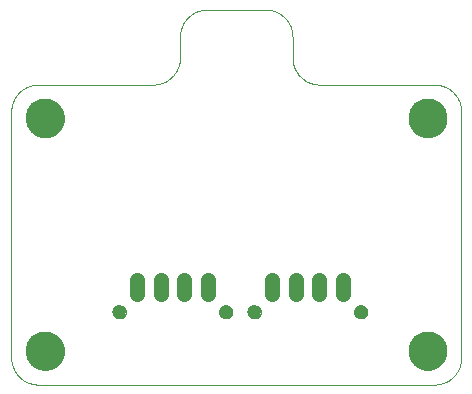
<source format=gbs>
G75*
%MOIN*%
%OFA0B0*%
%FSLAX25Y25*%
%IPPOS*%
%LPD*%
%AMOC8*
5,1,8,0,0,1.08239X$1,22.5*
%
%ADD10C,0.00000*%
%ADD11C,0.12998*%
%ADD12C,0.05156*%
%ADD13C,0.04731*%
D10*
X0014550Y0006924D02*
X0146550Y0006924D01*
X0146767Y0006927D01*
X0146985Y0006935D01*
X0147202Y0006948D01*
X0147419Y0006966D01*
X0147635Y0006990D01*
X0147850Y0007018D01*
X0148065Y0007052D01*
X0148279Y0007092D01*
X0148492Y0007136D01*
X0148704Y0007186D01*
X0148914Y0007240D01*
X0149124Y0007300D01*
X0149331Y0007364D01*
X0149537Y0007434D01*
X0149741Y0007509D01*
X0149944Y0007588D01*
X0150144Y0007673D01*
X0150343Y0007762D01*
X0150539Y0007856D01*
X0150733Y0007955D01*
X0150924Y0008058D01*
X0151113Y0008166D01*
X0151299Y0008279D01*
X0151482Y0008396D01*
X0151663Y0008517D01*
X0151840Y0008643D01*
X0152014Y0008773D01*
X0152186Y0008907D01*
X0152354Y0009045D01*
X0152518Y0009187D01*
X0152679Y0009334D01*
X0152837Y0009484D01*
X0152990Y0009637D01*
X0153140Y0009795D01*
X0153287Y0009956D01*
X0153429Y0010120D01*
X0153567Y0010288D01*
X0153701Y0010460D01*
X0153831Y0010634D01*
X0153957Y0010811D01*
X0154078Y0010992D01*
X0154195Y0011175D01*
X0154308Y0011361D01*
X0154416Y0011550D01*
X0154519Y0011741D01*
X0154618Y0011935D01*
X0154712Y0012131D01*
X0154801Y0012330D01*
X0154886Y0012530D01*
X0154965Y0012733D01*
X0155040Y0012937D01*
X0155110Y0013143D01*
X0155174Y0013350D01*
X0155234Y0013560D01*
X0155288Y0013770D01*
X0155338Y0013982D01*
X0155382Y0014195D01*
X0155422Y0014409D01*
X0155456Y0014624D01*
X0155484Y0014839D01*
X0155508Y0015055D01*
X0155526Y0015272D01*
X0155539Y0015489D01*
X0155547Y0015707D01*
X0155550Y0015924D01*
X0155550Y0097924D01*
X0155547Y0098141D01*
X0155539Y0098359D01*
X0155526Y0098576D01*
X0155508Y0098793D01*
X0155484Y0099009D01*
X0155456Y0099224D01*
X0155422Y0099439D01*
X0155382Y0099653D01*
X0155338Y0099866D01*
X0155288Y0100078D01*
X0155234Y0100288D01*
X0155174Y0100498D01*
X0155110Y0100705D01*
X0155040Y0100911D01*
X0154965Y0101115D01*
X0154886Y0101318D01*
X0154801Y0101518D01*
X0154712Y0101717D01*
X0154618Y0101913D01*
X0154519Y0102107D01*
X0154416Y0102298D01*
X0154308Y0102487D01*
X0154195Y0102673D01*
X0154078Y0102856D01*
X0153957Y0103037D01*
X0153831Y0103214D01*
X0153701Y0103388D01*
X0153567Y0103560D01*
X0153429Y0103728D01*
X0153287Y0103892D01*
X0153140Y0104053D01*
X0152990Y0104211D01*
X0152837Y0104364D01*
X0152679Y0104514D01*
X0152518Y0104661D01*
X0152354Y0104803D01*
X0152186Y0104941D01*
X0152014Y0105075D01*
X0151840Y0105205D01*
X0151663Y0105331D01*
X0151482Y0105452D01*
X0151299Y0105569D01*
X0151113Y0105682D01*
X0150924Y0105790D01*
X0150733Y0105893D01*
X0150539Y0105992D01*
X0150343Y0106086D01*
X0150144Y0106175D01*
X0149944Y0106260D01*
X0149741Y0106339D01*
X0149537Y0106414D01*
X0149331Y0106484D01*
X0149124Y0106548D01*
X0148914Y0106608D01*
X0148704Y0106662D01*
X0148492Y0106712D01*
X0148279Y0106756D01*
X0148065Y0106796D01*
X0147850Y0106830D01*
X0147635Y0106858D01*
X0147419Y0106882D01*
X0147202Y0106900D01*
X0146985Y0106913D01*
X0146767Y0106921D01*
X0146550Y0106924D01*
X0108300Y0106924D01*
X0108083Y0106927D01*
X0107865Y0106935D01*
X0107648Y0106948D01*
X0107431Y0106966D01*
X0107215Y0106990D01*
X0107000Y0107018D01*
X0106785Y0107052D01*
X0106571Y0107092D01*
X0106358Y0107136D01*
X0106146Y0107186D01*
X0105936Y0107240D01*
X0105726Y0107300D01*
X0105519Y0107364D01*
X0105313Y0107434D01*
X0105109Y0107509D01*
X0104906Y0107588D01*
X0104706Y0107673D01*
X0104507Y0107762D01*
X0104311Y0107856D01*
X0104117Y0107955D01*
X0103926Y0108058D01*
X0103737Y0108166D01*
X0103551Y0108279D01*
X0103368Y0108396D01*
X0103187Y0108517D01*
X0103010Y0108643D01*
X0102836Y0108773D01*
X0102664Y0108907D01*
X0102496Y0109045D01*
X0102332Y0109187D01*
X0102171Y0109334D01*
X0102013Y0109484D01*
X0101860Y0109637D01*
X0101710Y0109795D01*
X0101563Y0109956D01*
X0101421Y0110120D01*
X0101283Y0110288D01*
X0101149Y0110460D01*
X0101019Y0110634D01*
X0100893Y0110811D01*
X0100772Y0110992D01*
X0100655Y0111175D01*
X0100542Y0111361D01*
X0100434Y0111550D01*
X0100331Y0111741D01*
X0100232Y0111935D01*
X0100138Y0112131D01*
X0100049Y0112330D01*
X0099964Y0112530D01*
X0099885Y0112733D01*
X0099810Y0112937D01*
X0099740Y0113143D01*
X0099676Y0113350D01*
X0099616Y0113560D01*
X0099562Y0113770D01*
X0099512Y0113982D01*
X0099468Y0114195D01*
X0099428Y0114409D01*
X0099394Y0114624D01*
X0099366Y0114839D01*
X0099342Y0115055D01*
X0099324Y0115272D01*
X0099311Y0115489D01*
X0099303Y0115707D01*
X0099300Y0115924D01*
X0099300Y0122924D01*
X0099297Y0123141D01*
X0099289Y0123359D01*
X0099276Y0123576D01*
X0099258Y0123793D01*
X0099234Y0124009D01*
X0099206Y0124224D01*
X0099172Y0124439D01*
X0099132Y0124653D01*
X0099088Y0124866D01*
X0099038Y0125078D01*
X0098984Y0125288D01*
X0098924Y0125498D01*
X0098860Y0125705D01*
X0098790Y0125911D01*
X0098715Y0126115D01*
X0098636Y0126318D01*
X0098551Y0126518D01*
X0098462Y0126717D01*
X0098368Y0126913D01*
X0098269Y0127107D01*
X0098166Y0127298D01*
X0098058Y0127487D01*
X0097945Y0127673D01*
X0097828Y0127856D01*
X0097707Y0128037D01*
X0097581Y0128214D01*
X0097451Y0128388D01*
X0097317Y0128560D01*
X0097179Y0128728D01*
X0097037Y0128892D01*
X0096890Y0129053D01*
X0096740Y0129211D01*
X0096587Y0129364D01*
X0096429Y0129514D01*
X0096268Y0129661D01*
X0096104Y0129803D01*
X0095936Y0129941D01*
X0095764Y0130075D01*
X0095590Y0130205D01*
X0095413Y0130331D01*
X0095232Y0130452D01*
X0095049Y0130569D01*
X0094863Y0130682D01*
X0094674Y0130790D01*
X0094483Y0130893D01*
X0094289Y0130992D01*
X0094093Y0131086D01*
X0093894Y0131175D01*
X0093694Y0131260D01*
X0093491Y0131339D01*
X0093287Y0131414D01*
X0093081Y0131484D01*
X0092874Y0131548D01*
X0092664Y0131608D01*
X0092454Y0131662D01*
X0092242Y0131712D01*
X0092029Y0131756D01*
X0091815Y0131796D01*
X0091600Y0131830D01*
X0091385Y0131858D01*
X0091169Y0131882D01*
X0090952Y0131900D01*
X0090735Y0131913D01*
X0090517Y0131921D01*
X0090300Y0131924D01*
X0070800Y0131924D01*
X0070583Y0131921D01*
X0070365Y0131913D01*
X0070148Y0131900D01*
X0069931Y0131882D01*
X0069715Y0131858D01*
X0069500Y0131830D01*
X0069285Y0131796D01*
X0069071Y0131756D01*
X0068858Y0131712D01*
X0068646Y0131662D01*
X0068436Y0131608D01*
X0068226Y0131548D01*
X0068019Y0131484D01*
X0067813Y0131414D01*
X0067609Y0131339D01*
X0067406Y0131260D01*
X0067206Y0131175D01*
X0067007Y0131086D01*
X0066811Y0130992D01*
X0066617Y0130893D01*
X0066426Y0130790D01*
X0066237Y0130682D01*
X0066051Y0130569D01*
X0065868Y0130452D01*
X0065687Y0130331D01*
X0065510Y0130205D01*
X0065336Y0130075D01*
X0065164Y0129941D01*
X0064996Y0129803D01*
X0064832Y0129661D01*
X0064671Y0129514D01*
X0064513Y0129364D01*
X0064360Y0129211D01*
X0064210Y0129053D01*
X0064063Y0128892D01*
X0063921Y0128728D01*
X0063783Y0128560D01*
X0063649Y0128388D01*
X0063519Y0128214D01*
X0063393Y0128037D01*
X0063272Y0127856D01*
X0063155Y0127673D01*
X0063042Y0127487D01*
X0062934Y0127298D01*
X0062831Y0127107D01*
X0062732Y0126913D01*
X0062638Y0126717D01*
X0062549Y0126518D01*
X0062464Y0126318D01*
X0062385Y0126115D01*
X0062310Y0125911D01*
X0062240Y0125705D01*
X0062176Y0125498D01*
X0062116Y0125288D01*
X0062062Y0125078D01*
X0062012Y0124866D01*
X0061968Y0124653D01*
X0061928Y0124439D01*
X0061894Y0124224D01*
X0061866Y0124009D01*
X0061842Y0123793D01*
X0061824Y0123576D01*
X0061811Y0123359D01*
X0061803Y0123141D01*
X0061800Y0122924D01*
X0061800Y0115924D01*
X0061797Y0115707D01*
X0061789Y0115489D01*
X0061776Y0115272D01*
X0061758Y0115055D01*
X0061734Y0114839D01*
X0061706Y0114624D01*
X0061672Y0114409D01*
X0061632Y0114195D01*
X0061588Y0113982D01*
X0061538Y0113770D01*
X0061484Y0113560D01*
X0061424Y0113350D01*
X0061360Y0113143D01*
X0061290Y0112937D01*
X0061215Y0112733D01*
X0061136Y0112530D01*
X0061051Y0112330D01*
X0060962Y0112131D01*
X0060868Y0111935D01*
X0060769Y0111741D01*
X0060666Y0111550D01*
X0060558Y0111361D01*
X0060445Y0111175D01*
X0060328Y0110992D01*
X0060207Y0110811D01*
X0060081Y0110634D01*
X0059951Y0110460D01*
X0059817Y0110288D01*
X0059679Y0110120D01*
X0059537Y0109956D01*
X0059390Y0109795D01*
X0059240Y0109637D01*
X0059087Y0109484D01*
X0058929Y0109334D01*
X0058768Y0109187D01*
X0058604Y0109045D01*
X0058436Y0108907D01*
X0058264Y0108773D01*
X0058090Y0108643D01*
X0057913Y0108517D01*
X0057732Y0108396D01*
X0057549Y0108279D01*
X0057363Y0108166D01*
X0057174Y0108058D01*
X0056983Y0107955D01*
X0056789Y0107856D01*
X0056593Y0107762D01*
X0056394Y0107673D01*
X0056194Y0107588D01*
X0055991Y0107509D01*
X0055787Y0107434D01*
X0055581Y0107364D01*
X0055374Y0107300D01*
X0055164Y0107240D01*
X0054954Y0107186D01*
X0054742Y0107136D01*
X0054529Y0107092D01*
X0054315Y0107052D01*
X0054100Y0107018D01*
X0053885Y0106990D01*
X0053669Y0106966D01*
X0053452Y0106948D01*
X0053235Y0106935D01*
X0053017Y0106927D01*
X0052800Y0106924D01*
X0014550Y0106924D01*
X0014333Y0106921D01*
X0014115Y0106913D01*
X0013898Y0106900D01*
X0013681Y0106882D01*
X0013465Y0106858D01*
X0013250Y0106830D01*
X0013035Y0106796D01*
X0012821Y0106756D01*
X0012608Y0106712D01*
X0012396Y0106662D01*
X0012186Y0106608D01*
X0011976Y0106548D01*
X0011769Y0106484D01*
X0011563Y0106414D01*
X0011359Y0106339D01*
X0011156Y0106260D01*
X0010956Y0106175D01*
X0010757Y0106086D01*
X0010561Y0105992D01*
X0010367Y0105893D01*
X0010176Y0105790D01*
X0009987Y0105682D01*
X0009801Y0105569D01*
X0009618Y0105452D01*
X0009437Y0105331D01*
X0009260Y0105205D01*
X0009086Y0105075D01*
X0008914Y0104941D01*
X0008746Y0104803D01*
X0008582Y0104661D01*
X0008421Y0104514D01*
X0008263Y0104364D01*
X0008110Y0104211D01*
X0007960Y0104053D01*
X0007813Y0103892D01*
X0007671Y0103728D01*
X0007533Y0103560D01*
X0007399Y0103388D01*
X0007269Y0103214D01*
X0007143Y0103037D01*
X0007022Y0102856D01*
X0006905Y0102673D01*
X0006792Y0102487D01*
X0006684Y0102298D01*
X0006581Y0102107D01*
X0006482Y0101913D01*
X0006388Y0101717D01*
X0006299Y0101518D01*
X0006214Y0101318D01*
X0006135Y0101115D01*
X0006060Y0100911D01*
X0005990Y0100705D01*
X0005926Y0100498D01*
X0005866Y0100288D01*
X0005812Y0100078D01*
X0005762Y0099866D01*
X0005718Y0099653D01*
X0005678Y0099439D01*
X0005644Y0099224D01*
X0005616Y0099009D01*
X0005592Y0098793D01*
X0005574Y0098576D01*
X0005561Y0098359D01*
X0005553Y0098141D01*
X0005550Y0097924D01*
X0005550Y0015924D01*
X0005553Y0015707D01*
X0005561Y0015489D01*
X0005574Y0015272D01*
X0005592Y0015055D01*
X0005616Y0014839D01*
X0005644Y0014624D01*
X0005678Y0014409D01*
X0005718Y0014195D01*
X0005762Y0013982D01*
X0005812Y0013770D01*
X0005866Y0013560D01*
X0005926Y0013350D01*
X0005990Y0013143D01*
X0006060Y0012937D01*
X0006135Y0012733D01*
X0006214Y0012530D01*
X0006299Y0012330D01*
X0006388Y0012131D01*
X0006482Y0011935D01*
X0006581Y0011741D01*
X0006684Y0011550D01*
X0006792Y0011361D01*
X0006905Y0011175D01*
X0007022Y0010992D01*
X0007143Y0010811D01*
X0007269Y0010634D01*
X0007399Y0010460D01*
X0007533Y0010288D01*
X0007671Y0010120D01*
X0007813Y0009956D01*
X0007960Y0009795D01*
X0008110Y0009637D01*
X0008263Y0009484D01*
X0008421Y0009334D01*
X0008582Y0009187D01*
X0008746Y0009045D01*
X0008914Y0008907D01*
X0009086Y0008773D01*
X0009260Y0008643D01*
X0009437Y0008517D01*
X0009618Y0008396D01*
X0009801Y0008279D01*
X0009987Y0008166D01*
X0010176Y0008058D01*
X0010367Y0007955D01*
X0010561Y0007856D01*
X0010757Y0007762D01*
X0010956Y0007673D01*
X0011156Y0007588D01*
X0011359Y0007509D01*
X0011563Y0007434D01*
X0011769Y0007364D01*
X0011976Y0007300D01*
X0012186Y0007240D01*
X0012396Y0007186D01*
X0012608Y0007136D01*
X0012821Y0007092D01*
X0013035Y0007052D01*
X0013250Y0007018D01*
X0013465Y0006990D01*
X0013681Y0006966D01*
X0013898Y0006948D01*
X0014115Y0006935D01*
X0014333Y0006927D01*
X0014550Y0006924D01*
X0010501Y0018174D02*
X0010503Y0018332D01*
X0010509Y0018490D01*
X0010519Y0018648D01*
X0010533Y0018806D01*
X0010551Y0018963D01*
X0010572Y0019120D01*
X0010598Y0019276D01*
X0010628Y0019432D01*
X0010661Y0019587D01*
X0010699Y0019740D01*
X0010740Y0019893D01*
X0010785Y0020045D01*
X0010834Y0020196D01*
X0010887Y0020345D01*
X0010943Y0020493D01*
X0011003Y0020639D01*
X0011067Y0020784D01*
X0011135Y0020927D01*
X0011206Y0021069D01*
X0011280Y0021209D01*
X0011358Y0021346D01*
X0011440Y0021482D01*
X0011524Y0021616D01*
X0011613Y0021747D01*
X0011704Y0021876D01*
X0011799Y0022003D01*
X0011896Y0022128D01*
X0011997Y0022250D01*
X0012101Y0022369D01*
X0012208Y0022486D01*
X0012318Y0022600D01*
X0012431Y0022711D01*
X0012546Y0022820D01*
X0012664Y0022925D01*
X0012785Y0023027D01*
X0012908Y0023127D01*
X0013034Y0023223D01*
X0013162Y0023316D01*
X0013292Y0023406D01*
X0013425Y0023492D01*
X0013560Y0023576D01*
X0013696Y0023655D01*
X0013835Y0023732D01*
X0013976Y0023804D01*
X0014118Y0023874D01*
X0014262Y0023939D01*
X0014408Y0024001D01*
X0014555Y0024059D01*
X0014704Y0024114D01*
X0014854Y0024165D01*
X0015005Y0024212D01*
X0015157Y0024255D01*
X0015310Y0024294D01*
X0015465Y0024330D01*
X0015620Y0024361D01*
X0015776Y0024389D01*
X0015932Y0024413D01*
X0016089Y0024433D01*
X0016247Y0024449D01*
X0016404Y0024461D01*
X0016563Y0024469D01*
X0016721Y0024473D01*
X0016879Y0024473D01*
X0017037Y0024469D01*
X0017196Y0024461D01*
X0017353Y0024449D01*
X0017511Y0024433D01*
X0017668Y0024413D01*
X0017824Y0024389D01*
X0017980Y0024361D01*
X0018135Y0024330D01*
X0018290Y0024294D01*
X0018443Y0024255D01*
X0018595Y0024212D01*
X0018746Y0024165D01*
X0018896Y0024114D01*
X0019045Y0024059D01*
X0019192Y0024001D01*
X0019338Y0023939D01*
X0019482Y0023874D01*
X0019624Y0023804D01*
X0019765Y0023732D01*
X0019904Y0023655D01*
X0020040Y0023576D01*
X0020175Y0023492D01*
X0020308Y0023406D01*
X0020438Y0023316D01*
X0020566Y0023223D01*
X0020692Y0023127D01*
X0020815Y0023027D01*
X0020936Y0022925D01*
X0021054Y0022820D01*
X0021169Y0022711D01*
X0021282Y0022600D01*
X0021392Y0022486D01*
X0021499Y0022369D01*
X0021603Y0022250D01*
X0021704Y0022128D01*
X0021801Y0022003D01*
X0021896Y0021876D01*
X0021987Y0021747D01*
X0022076Y0021616D01*
X0022160Y0021482D01*
X0022242Y0021346D01*
X0022320Y0021209D01*
X0022394Y0021069D01*
X0022465Y0020927D01*
X0022533Y0020784D01*
X0022597Y0020639D01*
X0022657Y0020493D01*
X0022713Y0020345D01*
X0022766Y0020196D01*
X0022815Y0020045D01*
X0022860Y0019893D01*
X0022901Y0019740D01*
X0022939Y0019587D01*
X0022972Y0019432D01*
X0023002Y0019276D01*
X0023028Y0019120D01*
X0023049Y0018963D01*
X0023067Y0018806D01*
X0023081Y0018648D01*
X0023091Y0018490D01*
X0023097Y0018332D01*
X0023099Y0018174D01*
X0023097Y0018016D01*
X0023091Y0017858D01*
X0023081Y0017700D01*
X0023067Y0017542D01*
X0023049Y0017385D01*
X0023028Y0017228D01*
X0023002Y0017072D01*
X0022972Y0016916D01*
X0022939Y0016761D01*
X0022901Y0016608D01*
X0022860Y0016455D01*
X0022815Y0016303D01*
X0022766Y0016152D01*
X0022713Y0016003D01*
X0022657Y0015855D01*
X0022597Y0015709D01*
X0022533Y0015564D01*
X0022465Y0015421D01*
X0022394Y0015279D01*
X0022320Y0015139D01*
X0022242Y0015002D01*
X0022160Y0014866D01*
X0022076Y0014732D01*
X0021987Y0014601D01*
X0021896Y0014472D01*
X0021801Y0014345D01*
X0021704Y0014220D01*
X0021603Y0014098D01*
X0021499Y0013979D01*
X0021392Y0013862D01*
X0021282Y0013748D01*
X0021169Y0013637D01*
X0021054Y0013528D01*
X0020936Y0013423D01*
X0020815Y0013321D01*
X0020692Y0013221D01*
X0020566Y0013125D01*
X0020438Y0013032D01*
X0020308Y0012942D01*
X0020175Y0012856D01*
X0020040Y0012772D01*
X0019904Y0012693D01*
X0019765Y0012616D01*
X0019624Y0012544D01*
X0019482Y0012474D01*
X0019338Y0012409D01*
X0019192Y0012347D01*
X0019045Y0012289D01*
X0018896Y0012234D01*
X0018746Y0012183D01*
X0018595Y0012136D01*
X0018443Y0012093D01*
X0018290Y0012054D01*
X0018135Y0012018D01*
X0017980Y0011987D01*
X0017824Y0011959D01*
X0017668Y0011935D01*
X0017511Y0011915D01*
X0017353Y0011899D01*
X0017196Y0011887D01*
X0017037Y0011879D01*
X0016879Y0011875D01*
X0016721Y0011875D01*
X0016563Y0011879D01*
X0016404Y0011887D01*
X0016247Y0011899D01*
X0016089Y0011915D01*
X0015932Y0011935D01*
X0015776Y0011959D01*
X0015620Y0011987D01*
X0015465Y0012018D01*
X0015310Y0012054D01*
X0015157Y0012093D01*
X0015005Y0012136D01*
X0014854Y0012183D01*
X0014704Y0012234D01*
X0014555Y0012289D01*
X0014408Y0012347D01*
X0014262Y0012409D01*
X0014118Y0012474D01*
X0013976Y0012544D01*
X0013835Y0012616D01*
X0013696Y0012693D01*
X0013560Y0012772D01*
X0013425Y0012856D01*
X0013292Y0012942D01*
X0013162Y0013032D01*
X0013034Y0013125D01*
X0012908Y0013221D01*
X0012785Y0013321D01*
X0012664Y0013423D01*
X0012546Y0013528D01*
X0012431Y0013637D01*
X0012318Y0013748D01*
X0012208Y0013862D01*
X0012101Y0013979D01*
X0011997Y0014098D01*
X0011896Y0014220D01*
X0011799Y0014345D01*
X0011704Y0014472D01*
X0011613Y0014601D01*
X0011524Y0014732D01*
X0011440Y0014866D01*
X0011358Y0015002D01*
X0011280Y0015139D01*
X0011206Y0015279D01*
X0011135Y0015421D01*
X0011067Y0015564D01*
X0011003Y0015709D01*
X0010943Y0015855D01*
X0010887Y0016003D01*
X0010834Y0016152D01*
X0010785Y0016303D01*
X0010740Y0016455D01*
X0010699Y0016608D01*
X0010661Y0016761D01*
X0010628Y0016916D01*
X0010598Y0017072D01*
X0010572Y0017228D01*
X0010551Y0017385D01*
X0010533Y0017542D01*
X0010519Y0017700D01*
X0010509Y0017858D01*
X0010503Y0018016D01*
X0010501Y0018174D01*
X0039418Y0031156D02*
X0039420Y0031249D01*
X0039426Y0031341D01*
X0039436Y0031433D01*
X0039450Y0031524D01*
X0039467Y0031615D01*
X0039489Y0031705D01*
X0039514Y0031794D01*
X0039543Y0031882D01*
X0039576Y0031968D01*
X0039613Y0032053D01*
X0039653Y0032137D01*
X0039697Y0032218D01*
X0039744Y0032298D01*
X0039794Y0032376D01*
X0039848Y0032451D01*
X0039905Y0032524D01*
X0039965Y0032594D01*
X0040028Y0032662D01*
X0040094Y0032727D01*
X0040162Y0032789D01*
X0040233Y0032849D01*
X0040307Y0032905D01*
X0040383Y0032958D01*
X0040461Y0033007D01*
X0040541Y0033054D01*
X0040623Y0033096D01*
X0040707Y0033136D01*
X0040792Y0033171D01*
X0040879Y0033203D01*
X0040967Y0033232D01*
X0041056Y0033256D01*
X0041146Y0033277D01*
X0041237Y0033293D01*
X0041329Y0033306D01*
X0041421Y0033315D01*
X0041514Y0033320D01*
X0041606Y0033321D01*
X0041699Y0033318D01*
X0041791Y0033311D01*
X0041883Y0033300D01*
X0041974Y0033285D01*
X0042065Y0033267D01*
X0042155Y0033244D01*
X0042243Y0033218D01*
X0042331Y0033188D01*
X0042417Y0033154D01*
X0042501Y0033117D01*
X0042584Y0033075D01*
X0042665Y0033031D01*
X0042745Y0032983D01*
X0042822Y0032932D01*
X0042896Y0032877D01*
X0042969Y0032819D01*
X0043039Y0032759D01*
X0043106Y0032695D01*
X0043170Y0032629D01*
X0043232Y0032559D01*
X0043290Y0032488D01*
X0043345Y0032414D01*
X0043397Y0032337D01*
X0043446Y0032258D01*
X0043492Y0032178D01*
X0043534Y0032095D01*
X0043572Y0032011D01*
X0043607Y0031925D01*
X0043638Y0031838D01*
X0043665Y0031750D01*
X0043688Y0031660D01*
X0043708Y0031570D01*
X0043724Y0031479D01*
X0043736Y0031387D01*
X0043744Y0031295D01*
X0043748Y0031202D01*
X0043748Y0031110D01*
X0043744Y0031017D01*
X0043736Y0030925D01*
X0043724Y0030833D01*
X0043708Y0030742D01*
X0043688Y0030652D01*
X0043665Y0030562D01*
X0043638Y0030474D01*
X0043607Y0030387D01*
X0043572Y0030301D01*
X0043534Y0030217D01*
X0043492Y0030134D01*
X0043446Y0030054D01*
X0043397Y0029975D01*
X0043345Y0029898D01*
X0043290Y0029824D01*
X0043232Y0029753D01*
X0043170Y0029683D01*
X0043106Y0029617D01*
X0043039Y0029553D01*
X0042969Y0029493D01*
X0042896Y0029435D01*
X0042822Y0029380D01*
X0042745Y0029329D01*
X0042666Y0029281D01*
X0042584Y0029237D01*
X0042501Y0029195D01*
X0042417Y0029158D01*
X0042331Y0029124D01*
X0042243Y0029094D01*
X0042155Y0029068D01*
X0042065Y0029045D01*
X0041974Y0029027D01*
X0041883Y0029012D01*
X0041791Y0029001D01*
X0041699Y0028994D01*
X0041606Y0028991D01*
X0041514Y0028992D01*
X0041421Y0028997D01*
X0041329Y0029006D01*
X0041237Y0029019D01*
X0041146Y0029035D01*
X0041056Y0029056D01*
X0040967Y0029080D01*
X0040879Y0029109D01*
X0040792Y0029141D01*
X0040707Y0029176D01*
X0040623Y0029216D01*
X0040541Y0029258D01*
X0040461Y0029305D01*
X0040383Y0029354D01*
X0040307Y0029407D01*
X0040233Y0029463D01*
X0040162Y0029523D01*
X0040094Y0029585D01*
X0040028Y0029650D01*
X0039965Y0029718D01*
X0039905Y0029788D01*
X0039848Y0029861D01*
X0039794Y0029936D01*
X0039744Y0030014D01*
X0039697Y0030094D01*
X0039653Y0030175D01*
X0039613Y0030259D01*
X0039576Y0030344D01*
X0039543Y0030430D01*
X0039514Y0030518D01*
X0039489Y0030607D01*
X0039467Y0030697D01*
X0039450Y0030788D01*
X0039436Y0030879D01*
X0039426Y0030971D01*
X0039420Y0031063D01*
X0039418Y0031156D01*
X0074852Y0031156D02*
X0074854Y0031249D01*
X0074860Y0031341D01*
X0074870Y0031433D01*
X0074884Y0031524D01*
X0074901Y0031615D01*
X0074923Y0031705D01*
X0074948Y0031794D01*
X0074977Y0031882D01*
X0075010Y0031968D01*
X0075047Y0032053D01*
X0075087Y0032137D01*
X0075131Y0032218D01*
X0075178Y0032298D01*
X0075228Y0032376D01*
X0075282Y0032451D01*
X0075339Y0032524D01*
X0075399Y0032594D01*
X0075462Y0032662D01*
X0075528Y0032727D01*
X0075596Y0032789D01*
X0075667Y0032849D01*
X0075741Y0032905D01*
X0075817Y0032958D01*
X0075895Y0033007D01*
X0075975Y0033054D01*
X0076057Y0033096D01*
X0076141Y0033136D01*
X0076226Y0033171D01*
X0076313Y0033203D01*
X0076401Y0033232D01*
X0076490Y0033256D01*
X0076580Y0033277D01*
X0076671Y0033293D01*
X0076763Y0033306D01*
X0076855Y0033315D01*
X0076948Y0033320D01*
X0077040Y0033321D01*
X0077133Y0033318D01*
X0077225Y0033311D01*
X0077317Y0033300D01*
X0077408Y0033285D01*
X0077499Y0033267D01*
X0077589Y0033244D01*
X0077677Y0033218D01*
X0077765Y0033188D01*
X0077851Y0033154D01*
X0077935Y0033117D01*
X0078018Y0033075D01*
X0078099Y0033031D01*
X0078179Y0032983D01*
X0078256Y0032932D01*
X0078330Y0032877D01*
X0078403Y0032819D01*
X0078473Y0032759D01*
X0078540Y0032695D01*
X0078604Y0032629D01*
X0078666Y0032559D01*
X0078724Y0032488D01*
X0078779Y0032414D01*
X0078831Y0032337D01*
X0078880Y0032258D01*
X0078926Y0032178D01*
X0078968Y0032095D01*
X0079006Y0032011D01*
X0079041Y0031925D01*
X0079072Y0031838D01*
X0079099Y0031750D01*
X0079122Y0031660D01*
X0079142Y0031570D01*
X0079158Y0031479D01*
X0079170Y0031387D01*
X0079178Y0031295D01*
X0079182Y0031202D01*
X0079182Y0031110D01*
X0079178Y0031017D01*
X0079170Y0030925D01*
X0079158Y0030833D01*
X0079142Y0030742D01*
X0079122Y0030652D01*
X0079099Y0030562D01*
X0079072Y0030474D01*
X0079041Y0030387D01*
X0079006Y0030301D01*
X0078968Y0030217D01*
X0078926Y0030134D01*
X0078880Y0030054D01*
X0078831Y0029975D01*
X0078779Y0029898D01*
X0078724Y0029824D01*
X0078666Y0029753D01*
X0078604Y0029683D01*
X0078540Y0029617D01*
X0078473Y0029553D01*
X0078403Y0029493D01*
X0078330Y0029435D01*
X0078256Y0029380D01*
X0078179Y0029329D01*
X0078100Y0029281D01*
X0078018Y0029237D01*
X0077935Y0029195D01*
X0077851Y0029158D01*
X0077765Y0029124D01*
X0077677Y0029094D01*
X0077589Y0029068D01*
X0077499Y0029045D01*
X0077408Y0029027D01*
X0077317Y0029012D01*
X0077225Y0029001D01*
X0077133Y0028994D01*
X0077040Y0028991D01*
X0076948Y0028992D01*
X0076855Y0028997D01*
X0076763Y0029006D01*
X0076671Y0029019D01*
X0076580Y0029035D01*
X0076490Y0029056D01*
X0076401Y0029080D01*
X0076313Y0029109D01*
X0076226Y0029141D01*
X0076141Y0029176D01*
X0076057Y0029216D01*
X0075975Y0029258D01*
X0075895Y0029305D01*
X0075817Y0029354D01*
X0075741Y0029407D01*
X0075667Y0029463D01*
X0075596Y0029523D01*
X0075528Y0029585D01*
X0075462Y0029650D01*
X0075399Y0029718D01*
X0075339Y0029788D01*
X0075282Y0029861D01*
X0075228Y0029936D01*
X0075178Y0030014D01*
X0075131Y0030094D01*
X0075087Y0030175D01*
X0075047Y0030259D01*
X0075010Y0030344D01*
X0074977Y0030430D01*
X0074948Y0030518D01*
X0074923Y0030607D01*
X0074901Y0030697D01*
X0074884Y0030788D01*
X0074870Y0030879D01*
X0074860Y0030971D01*
X0074854Y0031063D01*
X0074852Y0031156D01*
X0084418Y0031156D02*
X0084420Y0031249D01*
X0084426Y0031341D01*
X0084436Y0031433D01*
X0084450Y0031524D01*
X0084467Y0031615D01*
X0084489Y0031705D01*
X0084514Y0031794D01*
X0084543Y0031882D01*
X0084576Y0031968D01*
X0084613Y0032053D01*
X0084653Y0032137D01*
X0084697Y0032218D01*
X0084744Y0032298D01*
X0084794Y0032376D01*
X0084848Y0032451D01*
X0084905Y0032524D01*
X0084965Y0032594D01*
X0085028Y0032662D01*
X0085094Y0032727D01*
X0085162Y0032789D01*
X0085233Y0032849D01*
X0085307Y0032905D01*
X0085383Y0032958D01*
X0085461Y0033007D01*
X0085541Y0033054D01*
X0085623Y0033096D01*
X0085707Y0033136D01*
X0085792Y0033171D01*
X0085879Y0033203D01*
X0085967Y0033232D01*
X0086056Y0033256D01*
X0086146Y0033277D01*
X0086237Y0033293D01*
X0086329Y0033306D01*
X0086421Y0033315D01*
X0086514Y0033320D01*
X0086606Y0033321D01*
X0086699Y0033318D01*
X0086791Y0033311D01*
X0086883Y0033300D01*
X0086974Y0033285D01*
X0087065Y0033267D01*
X0087155Y0033244D01*
X0087243Y0033218D01*
X0087331Y0033188D01*
X0087417Y0033154D01*
X0087501Y0033117D01*
X0087584Y0033075D01*
X0087665Y0033031D01*
X0087745Y0032983D01*
X0087822Y0032932D01*
X0087896Y0032877D01*
X0087969Y0032819D01*
X0088039Y0032759D01*
X0088106Y0032695D01*
X0088170Y0032629D01*
X0088232Y0032559D01*
X0088290Y0032488D01*
X0088345Y0032414D01*
X0088397Y0032337D01*
X0088446Y0032258D01*
X0088492Y0032178D01*
X0088534Y0032095D01*
X0088572Y0032011D01*
X0088607Y0031925D01*
X0088638Y0031838D01*
X0088665Y0031750D01*
X0088688Y0031660D01*
X0088708Y0031570D01*
X0088724Y0031479D01*
X0088736Y0031387D01*
X0088744Y0031295D01*
X0088748Y0031202D01*
X0088748Y0031110D01*
X0088744Y0031017D01*
X0088736Y0030925D01*
X0088724Y0030833D01*
X0088708Y0030742D01*
X0088688Y0030652D01*
X0088665Y0030562D01*
X0088638Y0030474D01*
X0088607Y0030387D01*
X0088572Y0030301D01*
X0088534Y0030217D01*
X0088492Y0030134D01*
X0088446Y0030054D01*
X0088397Y0029975D01*
X0088345Y0029898D01*
X0088290Y0029824D01*
X0088232Y0029753D01*
X0088170Y0029683D01*
X0088106Y0029617D01*
X0088039Y0029553D01*
X0087969Y0029493D01*
X0087896Y0029435D01*
X0087822Y0029380D01*
X0087745Y0029329D01*
X0087666Y0029281D01*
X0087584Y0029237D01*
X0087501Y0029195D01*
X0087417Y0029158D01*
X0087331Y0029124D01*
X0087243Y0029094D01*
X0087155Y0029068D01*
X0087065Y0029045D01*
X0086974Y0029027D01*
X0086883Y0029012D01*
X0086791Y0029001D01*
X0086699Y0028994D01*
X0086606Y0028991D01*
X0086514Y0028992D01*
X0086421Y0028997D01*
X0086329Y0029006D01*
X0086237Y0029019D01*
X0086146Y0029035D01*
X0086056Y0029056D01*
X0085967Y0029080D01*
X0085879Y0029109D01*
X0085792Y0029141D01*
X0085707Y0029176D01*
X0085623Y0029216D01*
X0085541Y0029258D01*
X0085461Y0029305D01*
X0085383Y0029354D01*
X0085307Y0029407D01*
X0085233Y0029463D01*
X0085162Y0029523D01*
X0085094Y0029585D01*
X0085028Y0029650D01*
X0084965Y0029718D01*
X0084905Y0029788D01*
X0084848Y0029861D01*
X0084794Y0029936D01*
X0084744Y0030014D01*
X0084697Y0030094D01*
X0084653Y0030175D01*
X0084613Y0030259D01*
X0084576Y0030344D01*
X0084543Y0030430D01*
X0084514Y0030518D01*
X0084489Y0030607D01*
X0084467Y0030697D01*
X0084450Y0030788D01*
X0084436Y0030879D01*
X0084426Y0030971D01*
X0084420Y0031063D01*
X0084418Y0031156D01*
X0119852Y0031156D02*
X0119854Y0031249D01*
X0119860Y0031341D01*
X0119870Y0031433D01*
X0119884Y0031524D01*
X0119901Y0031615D01*
X0119923Y0031705D01*
X0119948Y0031794D01*
X0119977Y0031882D01*
X0120010Y0031968D01*
X0120047Y0032053D01*
X0120087Y0032137D01*
X0120131Y0032218D01*
X0120178Y0032298D01*
X0120228Y0032376D01*
X0120282Y0032451D01*
X0120339Y0032524D01*
X0120399Y0032594D01*
X0120462Y0032662D01*
X0120528Y0032727D01*
X0120596Y0032789D01*
X0120667Y0032849D01*
X0120741Y0032905D01*
X0120817Y0032958D01*
X0120895Y0033007D01*
X0120975Y0033054D01*
X0121057Y0033096D01*
X0121141Y0033136D01*
X0121226Y0033171D01*
X0121313Y0033203D01*
X0121401Y0033232D01*
X0121490Y0033256D01*
X0121580Y0033277D01*
X0121671Y0033293D01*
X0121763Y0033306D01*
X0121855Y0033315D01*
X0121948Y0033320D01*
X0122040Y0033321D01*
X0122133Y0033318D01*
X0122225Y0033311D01*
X0122317Y0033300D01*
X0122408Y0033285D01*
X0122499Y0033267D01*
X0122589Y0033244D01*
X0122677Y0033218D01*
X0122765Y0033188D01*
X0122851Y0033154D01*
X0122935Y0033117D01*
X0123018Y0033075D01*
X0123099Y0033031D01*
X0123179Y0032983D01*
X0123256Y0032932D01*
X0123330Y0032877D01*
X0123403Y0032819D01*
X0123473Y0032759D01*
X0123540Y0032695D01*
X0123604Y0032629D01*
X0123666Y0032559D01*
X0123724Y0032488D01*
X0123779Y0032414D01*
X0123831Y0032337D01*
X0123880Y0032258D01*
X0123926Y0032178D01*
X0123968Y0032095D01*
X0124006Y0032011D01*
X0124041Y0031925D01*
X0124072Y0031838D01*
X0124099Y0031750D01*
X0124122Y0031660D01*
X0124142Y0031570D01*
X0124158Y0031479D01*
X0124170Y0031387D01*
X0124178Y0031295D01*
X0124182Y0031202D01*
X0124182Y0031110D01*
X0124178Y0031017D01*
X0124170Y0030925D01*
X0124158Y0030833D01*
X0124142Y0030742D01*
X0124122Y0030652D01*
X0124099Y0030562D01*
X0124072Y0030474D01*
X0124041Y0030387D01*
X0124006Y0030301D01*
X0123968Y0030217D01*
X0123926Y0030134D01*
X0123880Y0030054D01*
X0123831Y0029975D01*
X0123779Y0029898D01*
X0123724Y0029824D01*
X0123666Y0029753D01*
X0123604Y0029683D01*
X0123540Y0029617D01*
X0123473Y0029553D01*
X0123403Y0029493D01*
X0123330Y0029435D01*
X0123256Y0029380D01*
X0123179Y0029329D01*
X0123100Y0029281D01*
X0123018Y0029237D01*
X0122935Y0029195D01*
X0122851Y0029158D01*
X0122765Y0029124D01*
X0122677Y0029094D01*
X0122589Y0029068D01*
X0122499Y0029045D01*
X0122408Y0029027D01*
X0122317Y0029012D01*
X0122225Y0029001D01*
X0122133Y0028994D01*
X0122040Y0028991D01*
X0121948Y0028992D01*
X0121855Y0028997D01*
X0121763Y0029006D01*
X0121671Y0029019D01*
X0121580Y0029035D01*
X0121490Y0029056D01*
X0121401Y0029080D01*
X0121313Y0029109D01*
X0121226Y0029141D01*
X0121141Y0029176D01*
X0121057Y0029216D01*
X0120975Y0029258D01*
X0120895Y0029305D01*
X0120817Y0029354D01*
X0120741Y0029407D01*
X0120667Y0029463D01*
X0120596Y0029523D01*
X0120528Y0029585D01*
X0120462Y0029650D01*
X0120399Y0029718D01*
X0120339Y0029788D01*
X0120282Y0029861D01*
X0120228Y0029936D01*
X0120178Y0030014D01*
X0120131Y0030094D01*
X0120087Y0030175D01*
X0120047Y0030259D01*
X0120010Y0030344D01*
X0119977Y0030430D01*
X0119948Y0030518D01*
X0119923Y0030607D01*
X0119901Y0030697D01*
X0119884Y0030788D01*
X0119870Y0030879D01*
X0119860Y0030971D01*
X0119854Y0031063D01*
X0119852Y0031156D01*
X0138001Y0018174D02*
X0138003Y0018332D01*
X0138009Y0018490D01*
X0138019Y0018648D01*
X0138033Y0018806D01*
X0138051Y0018963D01*
X0138072Y0019120D01*
X0138098Y0019276D01*
X0138128Y0019432D01*
X0138161Y0019587D01*
X0138199Y0019740D01*
X0138240Y0019893D01*
X0138285Y0020045D01*
X0138334Y0020196D01*
X0138387Y0020345D01*
X0138443Y0020493D01*
X0138503Y0020639D01*
X0138567Y0020784D01*
X0138635Y0020927D01*
X0138706Y0021069D01*
X0138780Y0021209D01*
X0138858Y0021346D01*
X0138940Y0021482D01*
X0139024Y0021616D01*
X0139113Y0021747D01*
X0139204Y0021876D01*
X0139299Y0022003D01*
X0139396Y0022128D01*
X0139497Y0022250D01*
X0139601Y0022369D01*
X0139708Y0022486D01*
X0139818Y0022600D01*
X0139931Y0022711D01*
X0140046Y0022820D01*
X0140164Y0022925D01*
X0140285Y0023027D01*
X0140408Y0023127D01*
X0140534Y0023223D01*
X0140662Y0023316D01*
X0140792Y0023406D01*
X0140925Y0023492D01*
X0141060Y0023576D01*
X0141196Y0023655D01*
X0141335Y0023732D01*
X0141476Y0023804D01*
X0141618Y0023874D01*
X0141762Y0023939D01*
X0141908Y0024001D01*
X0142055Y0024059D01*
X0142204Y0024114D01*
X0142354Y0024165D01*
X0142505Y0024212D01*
X0142657Y0024255D01*
X0142810Y0024294D01*
X0142965Y0024330D01*
X0143120Y0024361D01*
X0143276Y0024389D01*
X0143432Y0024413D01*
X0143589Y0024433D01*
X0143747Y0024449D01*
X0143904Y0024461D01*
X0144063Y0024469D01*
X0144221Y0024473D01*
X0144379Y0024473D01*
X0144537Y0024469D01*
X0144696Y0024461D01*
X0144853Y0024449D01*
X0145011Y0024433D01*
X0145168Y0024413D01*
X0145324Y0024389D01*
X0145480Y0024361D01*
X0145635Y0024330D01*
X0145790Y0024294D01*
X0145943Y0024255D01*
X0146095Y0024212D01*
X0146246Y0024165D01*
X0146396Y0024114D01*
X0146545Y0024059D01*
X0146692Y0024001D01*
X0146838Y0023939D01*
X0146982Y0023874D01*
X0147124Y0023804D01*
X0147265Y0023732D01*
X0147404Y0023655D01*
X0147540Y0023576D01*
X0147675Y0023492D01*
X0147808Y0023406D01*
X0147938Y0023316D01*
X0148066Y0023223D01*
X0148192Y0023127D01*
X0148315Y0023027D01*
X0148436Y0022925D01*
X0148554Y0022820D01*
X0148669Y0022711D01*
X0148782Y0022600D01*
X0148892Y0022486D01*
X0148999Y0022369D01*
X0149103Y0022250D01*
X0149204Y0022128D01*
X0149301Y0022003D01*
X0149396Y0021876D01*
X0149487Y0021747D01*
X0149576Y0021616D01*
X0149660Y0021482D01*
X0149742Y0021346D01*
X0149820Y0021209D01*
X0149894Y0021069D01*
X0149965Y0020927D01*
X0150033Y0020784D01*
X0150097Y0020639D01*
X0150157Y0020493D01*
X0150213Y0020345D01*
X0150266Y0020196D01*
X0150315Y0020045D01*
X0150360Y0019893D01*
X0150401Y0019740D01*
X0150439Y0019587D01*
X0150472Y0019432D01*
X0150502Y0019276D01*
X0150528Y0019120D01*
X0150549Y0018963D01*
X0150567Y0018806D01*
X0150581Y0018648D01*
X0150591Y0018490D01*
X0150597Y0018332D01*
X0150599Y0018174D01*
X0150597Y0018016D01*
X0150591Y0017858D01*
X0150581Y0017700D01*
X0150567Y0017542D01*
X0150549Y0017385D01*
X0150528Y0017228D01*
X0150502Y0017072D01*
X0150472Y0016916D01*
X0150439Y0016761D01*
X0150401Y0016608D01*
X0150360Y0016455D01*
X0150315Y0016303D01*
X0150266Y0016152D01*
X0150213Y0016003D01*
X0150157Y0015855D01*
X0150097Y0015709D01*
X0150033Y0015564D01*
X0149965Y0015421D01*
X0149894Y0015279D01*
X0149820Y0015139D01*
X0149742Y0015002D01*
X0149660Y0014866D01*
X0149576Y0014732D01*
X0149487Y0014601D01*
X0149396Y0014472D01*
X0149301Y0014345D01*
X0149204Y0014220D01*
X0149103Y0014098D01*
X0148999Y0013979D01*
X0148892Y0013862D01*
X0148782Y0013748D01*
X0148669Y0013637D01*
X0148554Y0013528D01*
X0148436Y0013423D01*
X0148315Y0013321D01*
X0148192Y0013221D01*
X0148066Y0013125D01*
X0147938Y0013032D01*
X0147808Y0012942D01*
X0147675Y0012856D01*
X0147540Y0012772D01*
X0147404Y0012693D01*
X0147265Y0012616D01*
X0147124Y0012544D01*
X0146982Y0012474D01*
X0146838Y0012409D01*
X0146692Y0012347D01*
X0146545Y0012289D01*
X0146396Y0012234D01*
X0146246Y0012183D01*
X0146095Y0012136D01*
X0145943Y0012093D01*
X0145790Y0012054D01*
X0145635Y0012018D01*
X0145480Y0011987D01*
X0145324Y0011959D01*
X0145168Y0011935D01*
X0145011Y0011915D01*
X0144853Y0011899D01*
X0144696Y0011887D01*
X0144537Y0011879D01*
X0144379Y0011875D01*
X0144221Y0011875D01*
X0144063Y0011879D01*
X0143904Y0011887D01*
X0143747Y0011899D01*
X0143589Y0011915D01*
X0143432Y0011935D01*
X0143276Y0011959D01*
X0143120Y0011987D01*
X0142965Y0012018D01*
X0142810Y0012054D01*
X0142657Y0012093D01*
X0142505Y0012136D01*
X0142354Y0012183D01*
X0142204Y0012234D01*
X0142055Y0012289D01*
X0141908Y0012347D01*
X0141762Y0012409D01*
X0141618Y0012474D01*
X0141476Y0012544D01*
X0141335Y0012616D01*
X0141196Y0012693D01*
X0141060Y0012772D01*
X0140925Y0012856D01*
X0140792Y0012942D01*
X0140662Y0013032D01*
X0140534Y0013125D01*
X0140408Y0013221D01*
X0140285Y0013321D01*
X0140164Y0013423D01*
X0140046Y0013528D01*
X0139931Y0013637D01*
X0139818Y0013748D01*
X0139708Y0013862D01*
X0139601Y0013979D01*
X0139497Y0014098D01*
X0139396Y0014220D01*
X0139299Y0014345D01*
X0139204Y0014472D01*
X0139113Y0014601D01*
X0139024Y0014732D01*
X0138940Y0014866D01*
X0138858Y0015002D01*
X0138780Y0015139D01*
X0138706Y0015279D01*
X0138635Y0015421D01*
X0138567Y0015564D01*
X0138503Y0015709D01*
X0138443Y0015855D01*
X0138387Y0016003D01*
X0138334Y0016152D01*
X0138285Y0016303D01*
X0138240Y0016455D01*
X0138199Y0016608D01*
X0138161Y0016761D01*
X0138128Y0016916D01*
X0138098Y0017072D01*
X0138072Y0017228D01*
X0138051Y0017385D01*
X0138033Y0017542D01*
X0138019Y0017700D01*
X0138009Y0017858D01*
X0138003Y0018016D01*
X0138001Y0018174D01*
X0138001Y0095674D02*
X0138003Y0095832D01*
X0138009Y0095990D01*
X0138019Y0096148D01*
X0138033Y0096306D01*
X0138051Y0096463D01*
X0138072Y0096620D01*
X0138098Y0096776D01*
X0138128Y0096932D01*
X0138161Y0097087D01*
X0138199Y0097240D01*
X0138240Y0097393D01*
X0138285Y0097545D01*
X0138334Y0097696D01*
X0138387Y0097845D01*
X0138443Y0097993D01*
X0138503Y0098139D01*
X0138567Y0098284D01*
X0138635Y0098427D01*
X0138706Y0098569D01*
X0138780Y0098709D01*
X0138858Y0098846D01*
X0138940Y0098982D01*
X0139024Y0099116D01*
X0139113Y0099247D01*
X0139204Y0099376D01*
X0139299Y0099503D01*
X0139396Y0099628D01*
X0139497Y0099750D01*
X0139601Y0099869D01*
X0139708Y0099986D01*
X0139818Y0100100D01*
X0139931Y0100211D01*
X0140046Y0100320D01*
X0140164Y0100425D01*
X0140285Y0100527D01*
X0140408Y0100627D01*
X0140534Y0100723D01*
X0140662Y0100816D01*
X0140792Y0100906D01*
X0140925Y0100992D01*
X0141060Y0101076D01*
X0141196Y0101155D01*
X0141335Y0101232D01*
X0141476Y0101304D01*
X0141618Y0101374D01*
X0141762Y0101439D01*
X0141908Y0101501D01*
X0142055Y0101559D01*
X0142204Y0101614D01*
X0142354Y0101665D01*
X0142505Y0101712D01*
X0142657Y0101755D01*
X0142810Y0101794D01*
X0142965Y0101830D01*
X0143120Y0101861D01*
X0143276Y0101889D01*
X0143432Y0101913D01*
X0143589Y0101933D01*
X0143747Y0101949D01*
X0143904Y0101961D01*
X0144063Y0101969D01*
X0144221Y0101973D01*
X0144379Y0101973D01*
X0144537Y0101969D01*
X0144696Y0101961D01*
X0144853Y0101949D01*
X0145011Y0101933D01*
X0145168Y0101913D01*
X0145324Y0101889D01*
X0145480Y0101861D01*
X0145635Y0101830D01*
X0145790Y0101794D01*
X0145943Y0101755D01*
X0146095Y0101712D01*
X0146246Y0101665D01*
X0146396Y0101614D01*
X0146545Y0101559D01*
X0146692Y0101501D01*
X0146838Y0101439D01*
X0146982Y0101374D01*
X0147124Y0101304D01*
X0147265Y0101232D01*
X0147404Y0101155D01*
X0147540Y0101076D01*
X0147675Y0100992D01*
X0147808Y0100906D01*
X0147938Y0100816D01*
X0148066Y0100723D01*
X0148192Y0100627D01*
X0148315Y0100527D01*
X0148436Y0100425D01*
X0148554Y0100320D01*
X0148669Y0100211D01*
X0148782Y0100100D01*
X0148892Y0099986D01*
X0148999Y0099869D01*
X0149103Y0099750D01*
X0149204Y0099628D01*
X0149301Y0099503D01*
X0149396Y0099376D01*
X0149487Y0099247D01*
X0149576Y0099116D01*
X0149660Y0098982D01*
X0149742Y0098846D01*
X0149820Y0098709D01*
X0149894Y0098569D01*
X0149965Y0098427D01*
X0150033Y0098284D01*
X0150097Y0098139D01*
X0150157Y0097993D01*
X0150213Y0097845D01*
X0150266Y0097696D01*
X0150315Y0097545D01*
X0150360Y0097393D01*
X0150401Y0097240D01*
X0150439Y0097087D01*
X0150472Y0096932D01*
X0150502Y0096776D01*
X0150528Y0096620D01*
X0150549Y0096463D01*
X0150567Y0096306D01*
X0150581Y0096148D01*
X0150591Y0095990D01*
X0150597Y0095832D01*
X0150599Y0095674D01*
X0150597Y0095516D01*
X0150591Y0095358D01*
X0150581Y0095200D01*
X0150567Y0095042D01*
X0150549Y0094885D01*
X0150528Y0094728D01*
X0150502Y0094572D01*
X0150472Y0094416D01*
X0150439Y0094261D01*
X0150401Y0094108D01*
X0150360Y0093955D01*
X0150315Y0093803D01*
X0150266Y0093652D01*
X0150213Y0093503D01*
X0150157Y0093355D01*
X0150097Y0093209D01*
X0150033Y0093064D01*
X0149965Y0092921D01*
X0149894Y0092779D01*
X0149820Y0092639D01*
X0149742Y0092502D01*
X0149660Y0092366D01*
X0149576Y0092232D01*
X0149487Y0092101D01*
X0149396Y0091972D01*
X0149301Y0091845D01*
X0149204Y0091720D01*
X0149103Y0091598D01*
X0148999Y0091479D01*
X0148892Y0091362D01*
X0148782Y0091248D01*
X0148669Y0091137D01*
X0148554Y0091028D01*
X0148436Y0090923D01*
X0148315Y0090821D01*
X0148192Y0090721D01*
X0148066Y0090625D01*
X0147938Y0090532D01*
X0147808Y0090442D01*
X0147675Y0090356D01*
X0147540Y0090272D01*
X0147404Y0090193D01*
X0147265Y0090116D01*
X0147124Y0090044D01*
X0146982Y0089974D01*
X0146838Y0089909D01*
X0146692Y0089847D01*
X0146545Y0089789D01*
X0146396Y0089734D01*
X0146246Y0089683D01*
X0146095Y0089636D01*
X0145943Y0089593D01*
X0145790Y0089554D01*
X0145635Y0089518D01*
X0145480Y0089487D01*
X0145324Y0089459D01*
X0145168Y0089435D01*
X0145011Y0089415D01*
X0144853Y0089399D01*
X0144696Y0089387D01*
X0144537Y0089379D01*
X0144379Y0089375D01*
X0144221Y0089375D01*
X0144063Y0089379D01*
X0143904Y0089387D01*
X0143747Y0089399D01*
X0143589Y0089415D01*
X0143432Y0089435D01*
X0143276Y0089459D01*
X0143120Y0089487D01*
X0142965Y0089518D01*
X0142810Y0089554D01*
X0142657Y0089593D01*
X0142505Y0089636D01*
X0142354Y0089683D01*
X0142204Y0089734D01*
X0142055Y0089789D01*
X0141908Y0089847D01*
X0141762Y0089909D01*
X0141618Y0089974D01*
X0141476Y0090044D01*
X0141335Y0090116D01*
X0141196Y0090193D01*
X0141060Y0090272D01*
X0140925Y0090356D01*
X0140792Y0090442D01*
X0140662Y0090532D01*
X0140534Y0090625D01*
X0140408Y0090721D01*
X0140285Y0090821D01*
X0140164Y0090923D01*
X0140046Y0091028D01*
X0139931Y0091137D01*
X0139818Y0091248D01*
X0139708Y0091362D01*
X0139601Y0091479D01*
X0139497Y0091598D01*
X0139396Y0091720D01*
X0139299Y0091845D01*
X0139204Y0091972D01*
X0139113Y0092101D01*
X0139024Y0092232D01*
X0138940Y0092366D01*
X0138858Y0092502D01*
X0138780Y0092639D01*
X0138706Y0092779D01*
X0138635Y0092921D01*
X0138567Y0093064D01*
X0138503Y0093209D01*
X0138443Y0093355D01*
X0138387Y0093503D01*
X0138334Y0093652D01*
X0138285Y0093803D01*
X0138240Y0093955D01*
X0138199Y0094108D01*
X0138161Y0094261D01*
X0138128Y0094416D01*
X0138098Y0094572D01*
X0138072Y0094728D01*
X0138051Y0094885D01*
X0138033Y0095042D01*
X0138019Y0095200D01*
X0138009Y0095358D01*
X0138003Y0095516D01*
X0138001Y0095674D01*
X0010501Y0095674D02*
X0010503Y0095832D01*
X0010509Y0095990D01*
X0010519Y0096148D01*
X0010533Y0096306D01*
X0010551Y0096463D01*
X0010572Y0096620D01*
X0010598Y0096776D01*
X0010628Y0096932D01*
X0010661Y0097087D01*
X0010699Y0097240D01*
X0010740Y0097393D01*
X0010785Y0097545D01*
X0010834Y0097696D01*
X0010887Y0097845D01*
X0010943Y0097993D01*
X0011003Y0098139D01*
X0011067Y0098284D01*
X0011135Y0098427D01*
X0011206Y0098569D01*
X0011280Y0098709D01*
X0011358Y0098846D01*
X0011440Y0098982D01*
X0011524Y0099116D01*
X0011613Y0099247D01*
X0011704Y0099376D01*
X0011799Y0099503D01*
X0011896Y0099628D01*
X0011997Y0099750D01*
X0012101Y0099869D01*
X0012208Y0099986D01*
X0012318Y0100100D01*
X0012431Y0100211D01*
X0012546Y0100320D01*
X0012664Y0100425D01*
X0012785Y0100527D01*
X0012908Y0100627D01*
X0013034Y0100723D01*
X0013162Y0100816D01*
X0013292Y0100906D01*
X0013425Y0100992D01*
X0013560Y0101076D01*
X0013696Y0101155D01*
X0013835Y0101232D01*
X0013976Y0101304D01*
X0014118Y0101374D01*
X0014262Y0101439D01*
X0014408Y0101501D01*
X0014555Y0101559D01*
X0014704Y0101614D01*
X0014854Y0101665D01*
X0015005Y0101712D01*
X0015157Y0101755D01*
X0015310Y0101794D01*
X0015465Y0101830D01*
X0015620Y0101861D01*
X0015776Y0101889D01*
X0015932Y0101913D01*
X0016089Y0101933D01*
X0016247Y0101949D01*
X0016404Y0101961D01*
X0016563Y0101969D01*
X0016721Y0101973D01*
X0016879Y0101973D01*
X0017037Y0101969D01*
X0017196Y0101961D01*
X0017353Y0101949D01*
X0017511Y0101933D01*
X0017668Y0101913D01*
X0017824Y0101889D01*
X0017980Y0101861D01*
X0018135Y0101830D01*
X0018290Y0101794D01*
X0018443Y0101755D01*
X0018595Y0101712D01*
X0018746Y0101665D01*
X0018896Y0101614D01*
X0019045Y0101559D01*
X0019192Y0101501D01*
X0019338Y0101439D01*
X0019482Y0101374D01*
X0019624Y0101304D01*
X0019765Y0101232D01*
X0019904Y0101155D01*
X0020040Y0101076D01*
X0020175Y0100992D01*
X0020308Y0100906D01*
X0020438Y0100816D01*
X0020566Y0100723D01*
X0020692Y0100627D01*
X0020815Y0100527D01*
X0020936Y0100425D01*
X0021054Y0100320D01*
X0021169Y0100211D01*
X0021282Y0100100D01*
X0021392Y0099986D01*
X0021499Y0099869D01*
X0021603Y0099750D01*
X0021704Y0099628D01*
X0021801Y0099503D01*
X0021896Y0099376D01*
X0021987Y0099247D01*
X0022076Y0099116D01*
X0022160Y0098982D01*
X0022242Y0098846D01*
X0022320Y0098709D01*
X0022394Y0098569D01*
X0022465Y0098427D01*
X0022533Y0098284D01*
X0022597Y0098139D01*
X0022657Y0097993D01*
X0022713Y0097845D01*
X0022766Y0097696D01*
X0022815Y0097545D01*
X0022860Y0097393D01*
X0022901Y0097240D01*
X0022939Y0097087D01*
X0022972Y0096932D01*
X0023002Y0096776D01*
X0023028Y0096620D01*
X0023049Y0096463D01*
X0023067Y0096306D01*
X0023081Y0096148D01*
X0023091Y0095990D01*
X0023097Y0095832D01*
X0023099Y0095674D01*
X0023097Y0095516D01*
X0023091Y0095358D01*
X0023081Y0095200D01*
X0023067Y0095042D01*
X0023049Y0094885D01*
X0023028Y0094728D01*
X0023002Y0094572D01*
X0022972Y0094416D01*
X0022939Y0094261D01*
X0022901Y0094108D01*
X0022860Y0093955D01*
X0022815Y0093803D01*
X0022766Y0093652D01*
X0022713Y0093503D01*
X0022657Y0093355D01*
X0022597Y0093209D01*
X0022533Y0093064D01*
X0022465Y0092921D01*
X0022394Y0092779D01*
X0022320Y0092639D01*
X0022242Y0092502D01*
X0022160Y0092366D01*
X0022076Y0092232D01*
X0021987Y0092101D01*
X0021896Y0091972D01*
X0021801Y0091845D01*
X0021704Y0091720D01*
X0021603Y0091598D01*
X0021499Y0091479D01*
X0021392Y0091362D01*
X0021282Y0091248D01*
X0021169Y0091137D01*
X0021054Y0091028D01*
X0020936Y0090923D01*
X0020815Y0090821D01*
X0020692Y0090721D01*
X0020566Y0090625D01*
X0020438Y0090532D01*
X0020308Y0090442D01*
X0020175Y0090356D01*
X0020040Y0090272D01*
X0019904Y0090193D01*
X0019765Y0090116D01*
X0019624Y0090044D01*
X0019482Y0089974D01*
X0019338Y0089909D01*
X0019192Y0089847D01*
X0019045Y0089789D01*
X0018896Y0089734D01*
X0018746Y0089683D01*
X0018595Y0089636D01*
X0018443Y0089593D01*
X0018290Y0089554D01*
X0018135Y0089518D01*
X0017980Y0089487D01*
X0017824Y0089459D01*
X0017668Y0089435D01*
X0017511Y0089415D01*
X0017353Y0089399D01*
X0017196Y0089387D01*
X0017037Y0089379D01*
X0016879Y0089375D01*
X0016721Y0089375D01*
X0016563Y0089379D01*
X0016404Y0089387D01*
X0016247Y0089399D01*
X0016089Y0089415D01*
X0015932Y0089435D01*
X0015776Y0089459D01*
X0015620Y0089487D01*
X0015465Y0089518D01*
X0015310Y0089554D01*
X0015157Y0089593D01*
X0015005Y0089636D01*
X0014854Y0089683D01*
X0014704Y0089734D01*
X0014555Y0089789D01*
X0014408Y0089847D01*
X0014262Y0089909D01*
X0014118Y0089974D01*
X0013976Y0090044D01*
X0013835Y0090116D01*
X0013696Y0090193D01*
X0013560Y0090272D01*
X0013425Y0090356D01*
X0013292Y0090442D01*
X0013162Y0090532D01*
X0013034Y0090625D01*
X0012908Y0090721D01*
X0012785Y0090821D01*
X0012664Y0090923D01*
X0012546Y0091028D01*
X0012431Y0091137D01*
X0012318Y0091248D01*
X0012208Y0091362D01*
X0012101Y0091479D01*
X0011997Y0091598D01*
X0011896Y0091720D01*
X0011799Y0091845D01*
X0011704Y0091972D01*
X0011613Y0092101D01*
X0011524Y0092232D01*
X0011440Y0092366D01*
X0011358Y0092502D01*
X0011280Y0092639D01*
X0011206Y0092779D01*
X0011135Y0092921D01*
X0011067Y0093064D01*
X0011003Y0093209D01*
X0010943Y0093355D01*
X0010887Y0093503D01*
X0010834Y0093652D01*
X0010785Y0093803D01*
X0010740Y0093955D01*
X0010699Y0094108D01*
X0010661Y0094261D01*
X0010628Y0094416D01*
X0010598Y0094572D01*
X0010572Y0094728D01*
X0010551Y0094885D01*
X0010533Y0095042D01*
X0010519Y0095200D01*
X0010509Y0095358D01*
X0010503Y0095516D01*
X0010501Y0095674D01*
D11*
X0016800Y0095674D03*
X0016800Y0018174D03*
X0144300Y0018174D03*
X0144300Y0095674D03*
D12*
X0116111Y0041802D02*
X0116111Y0037046D01*
X0108237Y0037046D02*
X0108237Y0041802D01*
X0100363Y0041802D02*
X0100363Y0037046D01*
X0092489Y0037046D02*
X0092489Y0041802D01*
X0071111Y0041802D02*
X0071111Y0037046D01*
X0063237Y0037046D02*
X0063237Y0041802D01*
X0055363Y0041802D02*
X0055363Y0037046D01*
X0047489Y0037046D02*
X0047489Y0041802D01*
D13*
X0041583Y0031156D03*
X0077017Y0031156D03*
X0086583Y0031156D03*
X0122017Y0031156D03*
M02*

</source>
